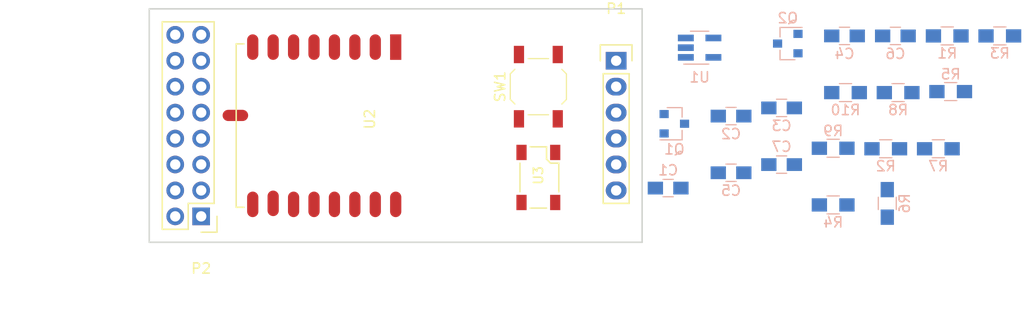
<source format=kicad_pcb>
(kicad_pcb (version 4) (host pcbnew 4.0.5)

  (general
    (links 48)
    (no_connects 48)
    (area 69.215 80.01 155.575 107.95)
    (thickness 1.6)
    (drawings 6)
    (tracks 0)
    (zones 0)
    (modules 25)
    (nets 45)
  )

  (page A4)
  (title_block
    (title "Main module")
    (date 2017-04-15)
    (rev v1.0)
    (company DoHome)
  )

  (layers
    (0 F.Cu signal)
    (31 B.Cu signal)
    (32 B.Adhes user)
    (33 F.Adhes user)
    (34 B.Paste user)
    (35 F.Paste user)
    (36 B.SilkS user)
    (37 F.SilkS user)
    (38 B.Mask user)
    (39 F.Mask user)
    (40 Dwgs.User user)
    (41 Cmts.User user)
    (42 Eco1.User user)
    (43 Eco2.User user)
    (44 Edge.Cuts user)
    (45 Margin user)
    (46 B.CrtYd user)
    (47 F.CrtYd user)
    (48 B.Fab user)
    (49 F.Fab user)
  )

  (setup
    (last_trace_width 0.25)
    (trace_clearance 0.2)
    (zone_clearance 0.508)
    (zone_45_only no)
    (trace_min 0.2)
    (segment_width 0.2)
    (edge_width 0.15)
    (via_size 0.6)
    (via_drill 0.4)
    (via_min_size 0.4)
    (via_min_drill 0.3)
    (uvia_size 0.3)
    (uvia_drill 0.1)
    (uvias_allowed no)
    (uvia_min_size 0.2)
    (uvia_min_drill 0.1)
    (pcb_text_width 0.3)
    (pcb_text_size 1.5 1.5)
    (mod_edge_width 0.15)
    (mod_text_size 1 1)
    (mod_text_width 0.15)
    (pad_size 1.524 1.524)
    (pad_drill 0.762)
    (pad_to_mask_clearance 0.2)
    (aux_axis_origin 0 0)
    (visible_elements FFFFF77F)
    (pcbplotparams
      (layerselection 0x00030_80000001)
      (usegerberextensions false)
      (excludeedgelayer true)
      (linewidth 0.100000)
      (plotframeref false)
      (viasonmask false)
      (mode 1)
      (useauxorigin false)
      (hpglpennumber 1)
      (hpglpenspeed 20)
      (hpglpendiameter 15)
      (hpglpenoverlay 2)
      (psnegative false)
      (psa4output false)
      (plotreference true)
      (plotvalue true)
      (plotinvisibletext false)
      (padsonsilk false)
      (subtractmaskfromsilk false)
      (outputformat 1)
      (mirror false)
      (drillshape 1)
      (scaleselection 1)
      (outputdirectory ""))
  )

  (net 0 "")
  (net 1 /RESET)
  (net 2 "Net-(Q1-Pad3)")
  (net 3 "Net-(C5-Pad2)")
  (net 4 /GPIO0)
  (net 5 "Net-(U1-Pad4)")
  (net 6 +3V3)
  (net 7 /ADC)
  (net 8 /CH_PD)
  (net 9 /GPIO16)
  (net 10 /GPIO14)
  (net 11 /GPIO12)
  (net 12 /GPIO13)
  (net 13 /GPIO15)
  (net 14 /GPIO2)
  (net 15 /GPIO4)
  (net 16 /GPIO5)
  (net 17 /RXD)
  (net 18 /TXD)
  (net 19 /GPIO9)
  (net 20 "Net-(P1-Pad2)")
  (net 21 "Net-(P1-Pad6)")
  (net 22 /A0)
  (net 23 "Net-(U3-Pad2)")
  (net 24 "Net-(C1-Pad1)")
  (net 25 "Net-(C1-Pad2)")
  (net 26 "Net-(C2-Pad2)")
  (net 27 "Net-(C3-Pad1)")
  (net 28 "Net-(C4-Pad2)")
  (net 29 "Net-(C5-Pad1)")
  (net 30 "Net-(C6-Pad2)")
  (net 31 "Net-(C7-Pad1)")
  (net 32 "Net-(C7-Pad2)")
  (net 33 "Net-(P1-Pad1)")
  (net 34 "Net-(P2-Pad1)")
  (net 35 "Net-(P2-Pad3)")
  (net 36 "Net-(Q1-Pad2)")
  (net 37 "Net-(Q2-Pad2)")
  (net 38 "Net-(R1-Pad1)")
  (net 39 "Net-(R1-Pad2)")
  (net 40 "Net-(R9-Pad2)")
  (net 41 "Net-(R10-Pad2)")
  (net 42 "Net-(U1-Pad2)")
  (net 43 "Net-(U2-Pad9)")
  (net 44 "Net-(U3-Pad3)")

  (net_class Default "Toto je výchozí třída sítě."
    (clearance 0.2)
    (trace_width 0.25)
    (via_dia 0.6)
    (via_drill 0.4)
    (uvia_dia 0.3)
    (uvia_drill 0.1)
    (add_net +3V3)
    (add_net /A0)
    (add_net /ADC)
    (add_net /CH_PD)
    (add_net /GPIO0)
    (add_net /GPIO12)
    (add_net /GPIO13)
    (add_net /GPIO14)
    (add_net /GPIO15)
    (add_net /GPIO16)
    (add_net /GPIO2)
    (add_net /GPIO4)
    (add_net /GPIO5)
    (add_net /GPIO9)
    (add_net /RESET)
    (add_net /RXD)
    (add_net /TXD)
    (add_net "Net-(C1-Pad1)")
    (add_net "Net-(C1-Pad2)")
    (add_net "Net-(C2-Pad2)")
    (add_net "Net-(C3-Pad1)")
    (add_net "Net-(C4-Pad2)")
    (add_net "Net-(C5-Pad1)")
    (add_net "Net-(C5-Pad2)")
    (add_net "Net-(C6-Pad2)")
    (add_net "Net-(C7-Pad1)")
    (add_net "Net-(C7-Pad2)")
    (add_net "Net-(P1-Pad1)")
    (add_net "Net-(P1-Pad2)")
    (add_net "Net-(P1-Pad6)")
    (add_net "Net-(P2-Pad1)")
    (add_net "Net-(P2-Pad3)")
    (add_net "Net-(Q1-Pad2)")
    (add_net "Net-(Q1-Pad3)")
    (add_net "Net-(Q2-Pad2)")
    (add_net "Net-(R1-Pad1)")
    (add_net "Net-(R1-Pad2)")
    (add_net "Net-(R10-Pad2)")
    (add_net "Net-(R9-Pad2)")
    (add_net "Net-(U1-Pad2)")
    (add_net "Net-(U1-Pad4)")
    (add_net "Net-(U2-Pad9)")
    (add_net "Net-(U3-Pad2)")
    (add_net "Net-(U3-Pad3)")
  )

  (module ESP-12E_SMD locked (layer F.Cu) (tedit 58F2830A) (tstamp 590B4D9C)
    (at 93.98 85.725 270)
    (descr "Module, ESP-8266, ESP-12, 16 pad, SMD")
    (tags "Module ESP-8266 ESP8266")
    (path /58E03B98)
    (fp_text reference U2 (at 6.35 2.54 270) (layer F.SilkS)
      (effects (font (size 1 1) (thickness 0.15)))
    )
    (fp_text value ESP-12E (at 6.35 6.35 270) (layer F.Fab) hide
      (effects (font (size 1 1) (thickness 0.15)))
    )
    (fp_line (start -2.25 -0.5) (end -2.25 -8.75) (layer F.CrtYd) (width 0.05))
    (fp_line (start -2.25 -8.75) (end 15.25 -8.75) (layer F.CrtYd) (width 0.05))
    (fp_line (start 15.25 -8.75) (end 16.25 -8.75) (layer F.CrtYd) (width 0.05))
    (fp_line (start 16.25 -8.75) (end 16.25 16) (layer F.CrtYd) (width 0.05))
    (fp_line (start 16.25 16) (end -2.25 16) (layer F.CrtYd) (width 0.05))
    (fp_line (start -2.25 16) (end -2.25 -0.5) (layer F.CrtYd) (width 0.05))
    (fp_line (start -1.016 -8.382) (end 14.986 -8.382) (layer F.CrtYd) (width 0.1524))
    (fp_line (start 14.986 -8.382) (end 14.986 -0.889) (layer F.CrtYd) (width 0.1524))
    (fp_line (start -1.016 -8.382) (end -1.016 -1.016) (layer F.CrtYd) (width 0.1524))
    (fp_line (start -1.016 14.859) (end -1.016 15.621) (layer F.SilkS) (width 0.1524))
    (fp_line (start -1.016 15.621) (end 14.986 15.621) (layer F.SilkS) (width 0.1524))
    (fp_line (start 14.986 15.621) (end 14.986 14.859) (layer F.SilkS) (width 0.1524))
    (fp_line (start 14.992 -8.4) (end -1.008 -2.6) (layer F.CrtYd) (width 0.1524))
    (fp_line (start -1.008 -8.4) (end 14.992 -2.6) (layer F.CrtYd) (width 0.1524))
    (fp_text user "No Copper" (at 6.892 -5.4 270) (layer F.CrtYd)
      (effects (font (size 1 1) (thickness 0.15)))
    )
    (fp_line (start -1.008 -2.6) (end 14.992 -2.6) (layer F.CrtYd) (width 0.1524))
    (fp_line (start 15 -8.4) (end 15 15.6) (layer F.Fab) (width 0.05))
    (fp_line (start 14.992 15.6) (end -1.008 15.6) (layer F.Fab) (width 0.05))
    (fp_line (start -1.008 15.6) (end -1.008 -8.4) (layer F.Fab) (width 0.05))
    (fp_line (start -1.008 -8.4) (end 14.992 -8.4) (layer F.Fab) (width 0.05))
    (pad 1 smd rect (at 0 0 270) (size 2.5 1.1) (drill (offset -0.7 0)) (layers F.Cu F.Paste F.Mask)
      (net 1 /RESET))
    (pad 2 smd oval (at 0 2 270) (size 2.5 1.1) (drill (offset -0.7 0)) (layers F.Cu F.Paste F.Mask)
      (net 7 /ADC))
    (pad 3 smd oval (at 0 4 270) (size 2.5 1.1) (drill (offset -0.7 0)) (layers F.Cu F.Paste F.Mask)
      (net 8 /CH_PD))
    (pad 4 smd oval (at 0 6 270) (size 2.5 1.1) (drill (offset -0.7 0)) (layers F.Cu F.Paste F.Mask)
      (net 9 /GPIO16))
    (pad 5 smd oval (at 0 8 270) (size 2.5 1.1) (drill (offset -0.7 0)) (layers F.Cu F.Paste F.Mask)
      (net 10 /GPIO14))
    (pad 6 smd oval (at 0 10 270) (size 2.5 1.1) (drill (offset -0.7 0)) (layers F.Cu F.Paste F.Mask)
      (net 11 /GPIO12))
    (pad 7 smd oval (at 0 12 270) (size 2.5 1.1) (drill (offset -0.7 0)) (layers F.Cu F.Paste F.Mask)
      (net 12 /GPIO13))
    (pad 8 smd oval (at 0 14 270) (size 2.5 1.1) (drill (offset -0.7 0)) (layers F.Cu F.Paste F.Mask)
      (net 6 +3V3))
    (pad 9 smd oval (at 14 14 270) (size 2.5 1.1) (drill (offset 0.7 0)) (layers F.Cu F.Paste F.Mask)
      (net 43 "Net-(U2-Pad9)"))
    (pad 10 smd oval (at 14 12 270) (size 2.5 1.1) (drill (offset 0.6 0)) (layers F.Cu F.Paste F.Mask)
      (net 13 /GPIO15))
    (pad 11 smd oval (at 14 10 270) (size 2.5 1.1) (drill (offset 0.7 0)) (layers F.Cu F.Paste F.Mask)
      (net 14 /GPIO2))
    (pad 12 smd oval (at 14 8 270) (size 2.5 1.1) (drill (offset 0.7 0)) (layers F.Cu F.Paste F.Mask)
      (net 4 /GPIO0))
    (pad 13 smd oval (at 14 6 270) (size 2.5 1.1) (drill (offset 0.7 0)) (layers F.Cu F.Paste F.Mask)
      (net 15 /GPIO4))
    (pad 14 smd oval (at 14 4 270) (size 2.5 1.1) (drill (offset 0.7 0)) (layers F.Cu F.Paste F.Mask)
      (net 16 /GPIO5))
    (pad 15 smd oval (at 14 2 270) (size 2.5 1.1) (drill (offset 0.7 0)) (layers F.Cu F.Paste F.Mask)
      (net 17 /RXD))
    (pad 16 smd oval (at 14 0 270) (size 2.5 1.1) (drill (offset 0.7 0)) (layers F.Cu F.Paste F.Mask)
      (net 18 /TXD))
    (pad 19 smd oval (at 5.99 15) (size 2.5 1.1) (drill (offset -0.7 0)) (layers F.Cu F.Paste F.Mask)
      (net 19 /GPIO9))
    (model ${ESPLIB}/ESP8266.3dshapes/ESP-12.wrl
      (at (xyz 0 0 0))
      (scale (xyz 0.3937 0.3937 0.3937))
      (rotate (xyz 0 0 0))
    )
  )

  (module TO_SOT_Packages_SMD:SOT-23 (layer B.Cu) (tedit 58CE4E7E) (tstamp 590B4D44)
    (at 121.265953 92.529999)
    (descr "SOT-23, Standard")
    (tags SOT-23)
    (path /58EFE929)
    (attr smd)
    (fp_text reference Q1 (at 0 2.5) (layer B.SilkS)
      (effects (font (size 1 1) (thickness 0.15)) (justify mirror))
    )
    (fp_text value BSS138 (at 0 -2.5) (layer B.Fab)
      (effects (font (size 1 1) (thickness 0.15)) (justify mirror))
    )
    (fp_text user %R (at 0 0) (layer B.Fab)
      (effects (font (size 0.5 0.5) (thickness 0.075)) (justify mirror))
    )
    (fp_line (start -0.7 0.95) (end -0.7 -1.5) (layer B.Fab) (width 0.1))
    (fp_line (start -0.15 1.52) (end 0.7 1.52) (layer B.Fab) (width 0.1))
    (fp_line (start -0.7 0.95) (end -0.15 1.52) (layer B.Fab) (width 0.1))
    (fp_line (start 0.7 1.52) (end 0.7 -1.52) (layer B.Fab) (width 0.1))
    (fp_line (start -0.7 -1.52) (end 0.7 -1.52) (layer B.Fab) (width 0.1))
    (fp_line (start 0.76 -1.58) (end 0.76 -0.65) (layer B.SilkS) (width 0.12))
    (fp_line (start 0.76 1.58) (end 0.76 0.65) (layer B.SilkS) (width 0.12))
    (fp_line (start -1.7 1.75) (end 1.7 1.75) (layer B.CrtYd) (width 0.05))
    (fp_line (start 1.7 1.75) (end 1.7 -1.75) (layer B.CrtYd) (width 0.05))
    (fp_line (start 1.7 -1.75) (end -1.7 -1.75) (layer B.CrtYd) (width 0.05))
    (fp_line (start -1.7 -1.75) (end -1.7 1.75) (layer B.CrtYd) (width 0.05))
    (fp_line (start 0.76 1.58) (end -1.4 1.58) (layer B.SilkS) (width 0.12))
    (fp_line (start 0.76 -1.58) (end -0.7 -1.58) (layer B.SilkS) (width 0.12))
    (pad 1 smd rect (at -1 0.95) (size 0.9 0.8) (layers B.Cu B.Paste B.Mask)
      (net 1 /RESET))
    (pad 2 smd rect (at -1 -0.95) (size 0.9 0.8) (layers B.Cu B.Paste B.Mask)
      (net 36 "Net-(Q1-Pad2)"))
    (pad 3 smd rect (at 1 0) (size 0.9 0.8) (layers B.Cu B.Paste B.Mask)
      (net 2 "Net-(Q1-Pad3)"))
    (model ${KISYS3DMOD}/TO_SOT_Packages_SMD.3dshapes/SOT-23.wrl
      (at (xyz 0 0 0))
      (scale (xyz 1 1 1))
      (rotate (xyz 0 0 0))
    )
  )

  (module TO_SOT_Packages_SMD:SOT-23 (layer B.Cu) (tedit 58CE4E7E) (tstamp 590B4D59)
    (at 132.375953 84.679999 180)
    (descr "SOT-23, Standard")
    (tags SOT-23)
    (path /58EFE9A0)
    (attr smd)
    (fp_text reference Q2 (at 0 2.5 180) (layer B.SilkS)
      (effects (font (size 1 1) (thickness 0.15)) (justify mirror))
    )
    (fp_text value BSS138 (at 0 -2.5 180) (layer B.Fab)
      (effects (font (size 1 1) (thickness 0.15)) (justify mirror))
    )
    (fp_text user %R (at 0 0 180) (layer B.Fab)
      (effects (font (size 0.5 0.5) (thickness 0.075)) (justify mirror))
    )
    (fp_line (start -0.7 0.95) (end -0.7 -1.5) (layer B.Fab) (width 0.1))
    (fp_line (start -0.15 1.52) (end 0.7 1.52) (layer B.Fab) (width 0.1))
    (fp_line (start -0.7 0.95) (end -0.15 1.52) (layer B.Fab) (width 0.1))
    (fp_line (start 0.7 1.52) (end 0.7 -1.52) (layer B.Fab) (width 0.1))
    (fp_line (start -0.7 -1.52) (end 0.7 -1.52) (layer B.Fab) (width 0.1))
    (fp_line (start 0.76 -1.58) (end 0.76 -0.65) (layer B.SilkS) (width 0.12))
    (fp_line (start 0.76 1.58) (end 0.76 0.65) (layer B.SilkS) (width 0.12))
    (fp_line (start -1.7 1.75) (end 1.7 1.75) (layer B.CrtYd) (width 0.05))
    (fp_line (start 1.7 1.75) (end 1.7 -1.75) (layer B.CrtYd) (width 0.05))
    (fp_line (start 1.7 -1.75) (end -1.7 -1.75) (layer B.CrtYd) (width 0.05))
    (fp_line (start -1.7 -1.75) (end -1.7 1.75) (layer B.CrtYd) (width 0.05))
    (fp_line (start 0.76 1.58) (end -1.4 1.58) (layer B.SilkS) (width 0.12))
    (fp_line (start 0.76 -1.58) (end -0.7 -1.58) (layer B.SilkS) (width 0.12))
    (pad 1 smd rect (at -1 0.95 180) (size 0.9 0.8) (layers B.Cu B.Paste B.Mask)
      (net 3 "Net-(C5-Pad2)"))
    (pad 2 smd rect (at -1 -0.95 180) (size 0.9 0.8) (layers B.Cu B.Paste B.Mask)
      (net 37 "Net-(Q2-Pad2)"))
    (pad 3 smd rect (at 1 0 180) (size 0.9 0.8) (layers B.Cu B.Paste B.Mask)
      (net 4 /GPIO0))
    (model ${KISYS3DMOD}/TO_SOT_Packages_SMD.3dshapes/SOT-23.wrl
      (at (xyz 0 0 0))
      (scale (xyz 1 1 1))
      (rotate (xyz 0 0 0))
    )
  )

  (module TO_SOT_Packages_SMD:SOT-23-5_HandSoldering (layer B.Cu) (tedit 58CE4E7E) (tstamp 590B4D6E)
    (at 123.742144 85.079999)
    (descr "5-pin SOT23 package")
    (tags "SOT-23-5 hand-soldering")
    (path /58EF8E53)
    (attr smd)
    (fp_text reference U1 (at 0 2.9) (layer B.SilkS)
      (effects (font (size 1 1) (thickness 0.15)) (justify mirror))
    )
    (fp_text value RT9013-33GB (at 0 -2.9) (layer B.Fab)
      (effects (font (size 1 1) (thickness 0.15)) (justify mirror))
    )
    (fp_text user %R (at 0 0) (layer B.Fab)
      (effects (font (size 0.5 0.5) (thickness 0.075)) (justify mirror))
    )
    (fp_line (start -0.9 -1.61) (end 0.9 -1.61) (layer B.SilkS) (width 0.12))
    (fp_line (start 0.9 1.61) (end -1.55 1.61) (layer B.SilkS) (width 0.12))
    (fp_line (start -0.9 0.9) (end -0.25 1.55) (layer B.Fab) (width 0.1))
    (fp_line (start 0.9 1.55) (end -0.25 1.55) (layer B.Fab) (width 0.1))
    (fp_line (start -0.9 0.9) (end -0.9 -1.55) (layer B.Fab) (width 0.1))
    (fp_line (start 0.9 -1.55) (end -0.9 -1.55) (layer B.Fab) (width 0.1))
    (fp_line (start 0.9 1.55) (end 0.9 -1.55) (layer B.Fab) (width 0.1))
    (fp_line (start -2.38 1.8) (end 2.38 1.8) (layer B.CrtYd) (width 0.05))
    (fp_line (start -2.38 1.8) (end -2.38 -1.8) (layer B.CrtYd) (width 0.05))
    (fp_line (start 2.38 -1.8) (end 2.38 1.8) (layer B.CrtYd) (width 0.05))
    (fp_line (start 2.38 -1.8) (end -2.38 -1.8) (layer B.CrtYd) (width 0.05))
    (pad 1 smd rect (at -1.35 0.95) (size 1.56 0.65) (layers B.Cu B.Paste B.Mask)
      (net 24 "Net-(C1-Pad1)"))
    (pad 2 smd rect (at -1.35 0) (size 1.56 0.65) (layers B.Cu B.Paste B.Mask)
      (net 42 "Net-(U1-Pad2)"))
    (pad 3 smd rect (at -1.35 -0.95) (size 1.56 0.65) (layers B.Cu B.Paste B.Mask)
      (net 38 "Net-(R1-Pad1)"))
    (pad 4 smd rect (at 1.35 -0.95) (size 1.56 0.65) (layers B.Cu B.Paste B.Mask)
      (net 5 "Net-(U1-Pad4)"))
    (pad 5 smd rect (at 1.35 0.95) (size 1.56 0.65) (layers B.Cu B.Paste B.Mask)
      (net 6 +3V3))
    (model ${KISYS3DMOD}/TO_SOT_Packages_SMD.3dshapes\SOT-23-5.wrl
      (at (xyz 0 0 0))
      (scale (xyz 1 1 1))
      (rotate (xyz 0 0 0))
    )
  )

  (module Capacitors_SMD:C_0805_HandSoldering (layer B.Cu) (tedit 58AA84A8) (tstamp 5913EFD9)
    (at 120.660002 98.829999 180)
    (descr "Capacitor SMD 0805, hand soldering")
    (tags "capacitor 0805")
    (path /58EF9833)
    (attr smd)
    (fp_text reference C1 (at 0 1.75 180) (layer B.SilkS)
      (effects (font (size 1 1) (thickness 0.15)) (justify mirror))
    )
    (fp_text value 1uF (at 0 -1.75 180) (layer B.Fab)
      (effects (font (size 1 1) (thickness 0.15)) (justify mirror))
    )
    (fp_text user %R (at 0 1.75 180) (layer B.Fab)
      (effects (font (size 1 1) (thickness 0.15)) (justify mirror))
    )
    (fp_line (start -1 -0.62) (end -1 0.62) (layer B.Fab) (width 0.1))
    (fp_line (start 1 -0.62) (end -1 -0.62) (layer B.Fab) (width 0.1))
    (fp_line (start 1 0.62) (end 1 -0.62) (layer B.Fab) (width 0.1))
    (fp_line (start -1 0.62) (end 1 0.62) (layer B.Fab) (width 0.1))
    (fp_line (start 0.5 0.85) (end -0.5 0.85) (layer B.SilkS) (width 0.12))
    (fp_line (start -0.5 -0.85) (end 0.5 -0.85) (layer B.SilkS) (width 0.12))
    (fp_line (start -2.25 0.88) (end 2.25 0.88) (layer B.CrtYd) (width 0.05))
    (fp_line (start -2.25 0.88) (end -2.25 -0.87) (layer B.CrtYd) (width 0.05))
    (fp_line (start 2.25 -0.87) (end 2.25 0.88) (layer B.CrtYd) (width 0.05))
    (fp_line (start 2.25 -0.87) (end -2.25 -0.87) (layer B.CrtYd) (width 0.05))
    (pad 1 smd rect (at -1.25 0 180) (size 1.5 1.25) (layers B.Cu B.Paste B.Mask)
      (net 24 "Net-(C1-Pad1)"))
    (pad 2 smd rect (at 1.25 0 180) (size 1.5 1.25) (layers B.Cu B.Paste B.Mask)
      (net 25 "Net-(C1-Pad2)"))
    (model Capacitors_SMD.3dshapes/C_0805.wrl
      (at (xyz 0 0 0))
      (scale (xyz 1 1 1))
      (rotate (xyz 0 0 0))
    )
  )

  (module Capacitors_SMD:C_0805_HandSoldering (layer B.Cu) (tedit 58AA84A8) (tstamp 5913EFEA)
    (at 126.820002 91.779999)
    (descr "Capacitor SMD 0805, hand soldering")
    (tags "capacitor 0805")
    (path /58EFA5DD)
    (attr smd)
    (fp_text reference C2 (at 0 1.75) (layer B.SilkS)
      (effects (font (size 1 1) (thickness 0.15)) (justify mirror))
    )
    (fp_text value 1uF (at 0 -1.75) (layer B.Fab)
      (effects (font (size 1 1) (thickness 0.15)) (justify mirror))
    )
    (fp_text user %R (at 0 1.75) (layer B.Fab)
      (effects (font (size 1 1) (thickness 0.15)) (justify mirror))
    )
    (fp_line (start -1 -0.62) (end -1 0.62) (layer B.Fab) (width 0.1))
    (fp_line (start 1 -0.62) (end -1 -0.62) (layer B.Fab) (width 0.1))
    (fp_line (start 1 0.62) (end 1 -0.62) (layer B.Fab) (width 0.1))
    (fp_line (start -1 0.62) (end 1 0.62) (layer B.Fab) (width 0.1))
    (fp_line (start 0.5 0.85) (end -0.5 0.85) (layer B.SilkS) (width 0.12))
    (fp_line (start -0.5 -0.85) (end 0.5 -0.85) (layer B.SilkS) (width 0.12))
    (fp_line (start -2.25 0.88) (end 2.25 0.88) (layer B.CrtYd) (width 0.05))
    (fp_line (start -2.25 0.88) (end -2.25 -0.87) (layer B.CrtYd) (width 0.05))
    (fp_line (start 2.25 -0.87) (end 2.25 0.88) (layer B.CrtYd) (width 0.05))
    (fp_line (start 2.25 -0.87) (end -2.25 -0.87) (layer B.CrtYd) (width 0.05))
    (pad 1 smd rect (at -1.25 0) (size 1.5 1.25) (layers B.Cu B.Paste B.Mask)
      (net 6 +3V3))
    (pad 2 smd rect (at 1.25 0) (size 1.5 1.25) (layers B.Cu B.Paste B.Mask)
      (net 26 "Net-(C2-Pad2)"))
    (model Capacitors_SMD.3dshapes/C_0805.wrl
      (at (xyz 0 0 0))
      (scale (xyz 1 1 1))
      (rotate (xyz 0 0 0))
    )
  )

  (module Capacitors_SMD:C_0805_HandSoldering (layer B.Cu) (tedit 58AA84A8) (tstamp 5913EFFB)
    (at 131.770002 90.979999)
    (descr "Capacitor SMD 0805, hand soldering")
    (tags "capacitor 0805")
    (path /58EFE894)
    (attr smd)
    (fp_text reference C3 (at 0 1.75) (layer B.SilkS)
      (effects (font (size 1 1) (thickness 0.15)) (justify mirror))
    )
    (fp_text value 0.1uF (at 0 -1.75) (layer B.Fab)
      (effects (font (size 1 1) (thickness 0.15)) (justify mirror))
    )
    (fp_text user %R (at 0 1.75) (layer B.Fab)
      (effects (font (size 1 1) (thickness 0.15)) (justify mirror))
    )
    (fp_line (start -1 -0.62) (end -1 0.62) (layer B.Fab) (width 0.1))
    (fp_line (start 1 -0.62) (end -1 -0.62) (layer B.Fab) (width 0.1))
    (fp_line (start 1 0.62) (end 1 -0.62) (layer B.Fab) (width 0.1))
    (fp_line (start -1 0.62) (end 1 0.62) (layer B.Fab) (width 0.1))
    (fp_line (start 0.5 0.85) (end -0.5 0.85) (layer B.SilkS) (width 0.12))
    (fp_line (start -0.5 -0.85) (end 0.5 -0.85) (layer B.SilkS) (width 0.12))
    (fp_line (start -2.25 0.88) (end 2.25 0.88) (layer B.CrtYd) (width 0.05))
    (fp_line (start -2.25 0.88) (end -2.25 -0.87) (layer B.CrtYd) (width 0.05))
    (fp_line (start 2.25 -0.87) (end 2.25 0.88) (layer B.CrtYd) (width 0.05))
    (fp_line (start 2.25 -0.87) (end -2.25 -0.87) (layer B.CrtYd) (width 0.05))
    (pad 1 smd rect (at -1.25 0) (size 1.5 1.25) (layers B.Cu B.Paste B.Mask)
      (net 27 "Net-(C3-Pad1)"))
    (pad 2 smd rect (at 1.25 0) (size 1.5 1.25) (layers B.Cu B.Paste B.Mask)
      (net 1 /RESET))
    (model Capacitors_SMD.3dshapes/C_0805.wrl
      (at (xyz 0 0 0))
      (scale (xyz 1 1 1))
      (rotate (xyz 0 0 0))
    )
  )

  (module Capacitors_SMD:C_0805_HandSoldering (layer B.Cu) (tedit 58AA84A8) (tstamp 5913F00C)
    (at 137.930002 83.929999)
    (descr "Capacitor SMD 0805, hand soldering")
    (tags "capacitor 0805")
    (path /58F12D23)
    (attr smd)
    (fp_text reference C4 (at 0 1.75) (layer B.SilkS)
      (effects (font (size 1 1) (thickness 0.15)) (justify mirror))
    )
    (fp_text value 10uF (at 0 -1.75) (layer B.Fab)
      (effects (font (size 1 1) (thickness 0.15)) (justify mirror))
    )
    (fp_text user %R (at 0 1.75) (layer B.Fab)
      (effects (font (size 1 1) (thickness 0.15)) (justify mirror))
    )
    (fp_line (start -1 -0.62) (end -1 0.62) (layer B.Fab) (width 0.1))
    (fp_line (start 1 -0.62) (end -1 -0.62) (layer B.Fab) (width 0.1))
    (fp_line (start 1 0.62) (end 1 -0.62) (layer B.Fab) (width 0.1))
    (fp_line (start -1 0.62) (end 1 0.62) (layer B.Fab) (width 0.1))
    (fp_line (start 0.5 0.85) (end -0.5 0.85) (layer B.SilkS) (width 0.12))
    (fp_line (start -0.5 -0.85) (end 0.5 -0.85) (layer B.SilkS) (width 0.12))
    (fp_line (start -2.25 0.88) (end 2.25 0.88) (layer B.CrtYd) (width 0.05))
    (fp_line (start -2.25 0.88) (end -2.25 -0.87) (layer B.CrtYd) (width 0.05))
    (fp_line (start 2.25 -0.87) (end 2.25 0.88) (layer B.CrtYd) (width 0.05))
    (fp_line (start 2.25 -0.87) (end -2.25 -0.87) (layer B.CrtYd) (width 0.05))
    (pad 1 smd rect (at -1.25 0) (size 1.5 1.25) (layers B.Cu B.Paste B.Mask)
      (net 6 +3V3))
    (pad 2 smd rect (at 1.25 0) (size 1.5 1.25) (layers B.Cu B.Paste B.Mask)
      (net 28 "Net-(C4-Pad2)"))
    (model Capacitors_SMD.3dshapes/C_0805.wrl
      (at (xyz 0 0 0))
      (scale (xyz 1 1 1))
      (rotate (xyz 0 0 0))
    )
  )

  (module Capacitors_SMD:C_0805_HandSoldering (layer B.Cu) (tedit 58AA84A8) (tstamp 5913F01D)
    (at 126.820002 97.329999)
    (descr "Capacitor SMD 0805, hand soldering")
    (tags "capacitor 0805")
    (path /58EFEBF9)
    (attr smd)
    (fp_text reference C5 (at 0 1.75) (layer B.SilkS)
      (effects (font (size 1 1) (thickness 0.15)) (justify mirror))
    )
    (fp_text value 2u2 (at 0 -1.75) (layer B.Fab)
      (effects (font (size 1 1) (thickness 0.15)) (justify mirror))
    )
    (fp_text user %R (at 0 1.75) (layer B.Fab)
      (effects (font (size 1 1) (thickness 0.15)) (justify mirror))
    )
    (fp_line (start -1 -0.62) (end -1 0.62) (layer B.Fab) (width 0.1))
    (fp_line (start 1 -0.62) (end -1 -0.62) (layer B.Fab) (width 0.1))
    (fp_line (start 1 0.62) (end 1 -0.62) (layer B.Fab) (width 0.1))
    (fp_line (start -1 0.62) (end 1 0.62) (layer B.Fab) (width 0.1))
    (fp_line (start 0.5 0.85) (end -0.5 0.85) (layer B.SilkS) (width 0.12))
    (fp_line (start -0.5 -0.85) (end 0.5 -0.85) (layer B.SilkS) (width 0.12))
    (fp_line (start -2.25 0.88) (end 2.25 0.88) (layer B.CrtYd) (width 0.05))
    (fp_line (start -2.25 0.88) (end -2.25 -0.87) (layer B.CrtYd) (width 0.05))
    (fp_line (start 2.25 -0.87) (end 2.25 0.88) (layer B.CrtYd) (width 0.05))
    (fp_line (start 2.25 -0.87) (end -2.25 -0.87) (layer B.CrtYd) (width 0.05))
    (pad 1 smd rect (at -1.25 0) (size 1.5 1.25) (layers B.Cu B.Paste B.Mask)
      (net 29 "Net-(C5-Pad1)"))
    (pad 2 smd rect (at 1.25 0) (size 1.5 1.25) (layers B.Cu B.Paste B.Mask)
      (net 3 "Net-(C5-Pad2)"))
    (model Capacitors_SMD.3dshapes/C_0805.wrl
      (at (xyz 0 0 0))
      (scale (xyz 1 1 1))
      (rotate (xyz 0 0 0))
    )
  )

  (module Capacitors_SMD:C_0805_HandSoldering (layer B.Cu) (tedit 58AA84A8) (tstamp 5913F02E)
    (at 142.914525 83.929999)
    (descr "Capacitor SMD 0805, hand soldering")
    (tags "capacitor 0805")
    (path /58F12D70)
    (attr smd)
    (fp_text reference C6 (at 0 1.75) (layer B.SilkS)
      (effects (font (size 1 1) (thickness 0.15)) (justify mirror))
    )
    (fp_text value 100nF (at 0 -1.75) (layer B.Fab)
      (effects (font (size 1 1) (thickness 0.15)) (justify mirror))
    )
    (fp_text user %R (at 0 1.75) (layer B.Fab)
      (effects (font (size 1 1) (thickness 0.15)) (justify mirror))
    )
    (fp_line (start -1 -0.62) (end -1 0.62) (layer B.Fab) (width 0.1))
    (fp_line (start 1 -0.62) (end -1 -0.62) (layer B.Fab) (width 0.1))
    (fp_line (start 1 0.62) (end 1 -0.62) (layer B.Fab) (width 0.1))
    (fp_line (start -1 0.62) (end 1 0.62) (layer B.Fab) (width 0.1))
    (fp_line (start 0.5 0.85) (end -0.5 0.85) (layer B.SilkS) (width 0.12))
    (fp_line (start -0.5 -0.85) (end 0.5 -0.85) (layer B.SilkS) (width 0.12))
    (fp_line (start -2.25 0.88) (end 2.25 0.88) (layer B.CrtYd) (width 0.05))
    (fp_line (start -2.25 0.88) (end -2.25 -0.87) (layer B.CrtYd) (width 0.05))
    (fp_line (start 2.25 -0.87) (end 2.25 0.88) (layer B.CrtYd) (width 0.05))
    (fp_line (start 2.25 -0.87) (end -2.25 -0.87) (layer B.CrtYd) (width 0.05))
    (pad 1 smd rect (at -1.25 0) (size 1.5 1.25) (layers B.Cu B.Paste B.Mask)
      (net 6 +3V3))
    (pad 2 smd rect (at 1.25 0) (size 1.5 1.25) (layers B.Cu B.Paste B.Mask)
      (net 30 "Net-(C6-Pad2)"))
    (model Capacitors_SMD.3dshapes/C_0805.wrl
      (at (xyz 0 0 0))
      (scale (xyz 1 1 1))
      (rotate (xyz 0 0 0))
    )
  )

  (module Capacitors_SMD:C_0805_HandSoldering (layer B.Cu) (tedit 58AA84A8) (tstamp 5913F03F)
    (at 131.770002 96.529999 180)
    (descr "Capacitor SMD 0805, hand soldering")
    (tags "capacitor 0805")
    (path /58F17057)
    (attr smd)
    (fp_text reference C7 (at 0 1.75 180) (layer B.SilkS)
      (effects (font (size 1 1) (thickness 0.15)) (justify mirror))
    )
    (fp_text value 0.1uF (at 0 -1.75 180) (layer B.Fab)
      (effects (font (size 1 1) (thickness 0.15)) (justify mirror))
    )
    (fp_text user %R (at 0 1.75 180) (layer B.Fab)
      (effects (font (size 1 1) (thickness 0.15)) (justify mirror))
    )
    (fp_line (start -1 -0.62) (end -1 0.62) (layer B.Fab) (width 0.1))
    (fp_line (start 1 -0.62) (end -1 -0.62) (layer B.Fab) (width 0.1))
    (fp_line (start 1 0.62) (end 1 -0.62) (layer B.Fab) (width 0.1))
    (fp_line (start -1 0.62) (end 1 0.62) (layer B.Fab) (width 0.1))
    (fp_line (start 0.5 0.85) (end -0.5 0.85) (layer B.SilkS) (width 0.12))
    (fp_line (start -0.5 -0.85) (end 0.5 -0.85) (layer B.SilkS) (width 0.12))
    (fp_line (start -2.25 0.88) (end 2.25 0.88) (layer B.CrtYd) (width 0.05))
    (fp_line (start -2.25 0.88) (end -2.25 -0.87) (layer B.CrtYd) (width 0.05))
    (fp_line (start 2.25 -0.87) (end 2.25 0.88) (layer B.CrtYd) (width 0.05))
    (fp_line (start 2.25 -0.87) (end -2.25 -0.87) (layer B.CrtYd) (width 0.05))
    (pad 1 smd rect (at -1.25 0 180) (size 1.5 1.25) (layers B.Cu B.Paste B.Mask)
      (net 31 "Net-(C7-Pad1)"))
    (pad 2 smd rect (at 1.25 0 180) (size 1.5 1.25) (layers B.Cu B.Paste B.Mask)
      (net 32 "Net-(C7-Pad2)"))
    (model Capacitors_SMD.3dshapes/C_0805.wrl
      (at (xyz 0 0 0))
      (scale (xyz 1 1 1))
      (rotate (xyz 0 0 0))
    )
  )

  (module Pin_Headers:Pin_Header_Straight_1x06 locked (layer F.Cu) (tedit 0) (tstamp 5913F054)
    (at 115.57 86.36)
    (descr "Through hole pin header")
    (tags "pin header")
    (path /58F1917B)
    (fp_text reference P1 (at 0 -5.1) (layer F.SilkS)
      (effects (font (size 1 1) (thickness 0.15)))
    )
    (fp_text value FTDI (at 0 -3.1) (layer F.Fab)
      (effects (font (size 1 1) (thickness 0.15)))
    )
    (fp_line (start -1.75 -1.75) (end -1.75 14.45) (layer F.CrtYd) (width 0.05))
    (fp_line (start 1.75 -1.75) (end 1.75 14.45) (layer F.CrtYd) (width 0.05))
    (fp_line (start -1.75 -1.75) (end 1.75 -1.75) (layer F.CrtYd) (width 0.05))
    (fp_line (start -1.75 14.45) (end 1.75 14.45) (layer F.CrtYd) (width 0.05))
    (fp_line (start 1.27 1.27) (end 1.27 13.97) (layer F.SilkS) (width 0.15))
    (fp_line (start 1.27 13.97) (end -1.27 13.97) (layer F.SilkS) (width 0.15))
    (fp_line (start -1.27 13.97) (end -1.27 1.27) (layer F.SilkS) (width 0.15))
    (fp_line (start 1.55 -1.55) (end 1.55 0) (layer F.SilkS) (width 0.15))
    (fp_line (start 1.27 1.27) (end -1.27 1.27) (layer F.SilkS) (width 0.15))
    (fp_line (start -1.55 0) (end -1.55 -1.55) (layer F.SilkS) (width 0.15))
    (fp_line (start -1.55 -1.55) (end 1.55 -1.55) (layer F.SilkS) (width 0.15))
    (pad 1 thru_hole rect (at 0 0) (size 2.032 1.7272) (drill 1.016) (layers *.Cu *.Mask)
      (net 33 "Net-(P1-Pad1)"))
    (pad 2 thru_hole oval (at 0 2.54) (size 2.032 1.7272) (drill 1.016) (layers *.Cu *.Mask)
      (net 20 "Net-(P1-Pad2)"))
    (pad 3 thru_hole oval (at 0 5.08) (size 2.032 1.7272) (drill 1.016) (layers *.Cu *.Mask)
      (net 6 +3V3))
    (pad 4 thru_hole oval (at 0 7.62) (size 2.032 1.7272) (drill 1.016) (layers *.Cu *.Mask)
      (net 17 /RXD))
    (pad 5 thru_hole oval (at 0 10.16) (size 2.032 1.7272) (drill 1.016) (layers *.Cu *.Mask)
      (net 18 /TXD))
    (pad 6 thru_hole oval (at 0 12.7) (size 2.032 1.7272) (drill 1.016) (layers *.Cu *.Mask)
      (net 21 "Net-(P1-Pad6)"))
    (model Pin_Headers.3dshapes/Pin_Header_Straight_1x06.wrl
      (at (xyz 0 -0.25 0))
      (scale (xyz 1 1 1))
      (rotate (xyz 0 0 90))
    )
  )

  (module Resistors_SMD:R_0805_HandSoldering (layer B.Cu) (tedit 58E0A804) (tstamp 5913F087)
    (at 147.990002 83.929999)
    (descr "Resistor SMD 0805, hand soldering")
    (tags "resistor 0805")
    (path /58EF9F79)
    (attr smd)
    (fp_text reference R1 (at 0 1.7) (layer B.SilkS)
      (effects (font (size 1 1) (thickness 0.15)) (justify mirror))
    )
    (fp_text value 100k (at 0 -1.75) (layer B.Fab)
      (effects (font (size 1 1) (thickness 0.15)) (justify mirror))
    )
    (fp_text user %R (at 0 0) (layer B.Fab)
      (effects (font (size 0.5 0.5) (thickness 0.075)) (justify mirror))
    )
    (fp_line (start -1 -0.62) (end -1 0.62) (layer B.Fab) (width 0.1))
    (fp_line (start 1 -0.62) (end -1 -0.62) (layer B.Fab) (width 0.1))
    (fp_line (start 1 0.62) (end 1 -0.62) (layer B.Fab) (width 0.1))
    (fp_line (start -1 0.62) (end 1 0.62) (layer B.Fab) (width 0.1))
    (fp_line (start 0.6 -0.88) (end -0.6 -0.88) (layer B.SilkS) (width 0.12))
    (fp_line (start -0.6 0.88) (end 0.6 0.88) (layer B.SilkS) (width 0.12))
    (fp_line (start -2.35 0.9) (end 2.35 0.9) (layer B.CrtYd) (width 0.05))
    (fp_line (start -2.35 0.9) (end -2.35 -0.9) (layer B.CrtYd) (width 0.05))
    (fp_line (start 2.35 -0.9) (end 2.35 0.9) (layer B.CrtYd) (width 0.05))
    (fp_line (start 2.35 -0.9) (end -2.35 -0.9) (layer B.CrtYd) (width 0.05))
    (pad 1 smd rect (at -1.35 0) (size 1.5 1.3) (layers B.Cu B.Paste B.Mask)
      (net 38 "Net-(R1-Pad1)"))
    (pad 2 smd rect (at 1.35 0) (size 1.5 1.3) (layers B.Cu B.Paste B.Mask)
      (net 39 "Net-(R1-Pad2)"))
    (model ${KISYS3DMOD}/Resistors_SMD.3dshapes/R_0805.wrl
      (at (xyz 0 0 0))
      (scale (xyz 1 1 1))
      (rotate (xyz 0 0 0))
    )
  )

  (module Resistors_SMD:R_0805_HandSoldering (layer B.Cu) (tedit 58E0A804) (tstamp 5913F098)
    (at 141.970002 94.979999)
    (descr "Resistor SMD 0805, hand soldering")
    (tags "resistor 0805")
    (path /58F1366C)
    (attr smd)
    (fp_text reference R2 (at 0 1.7) (layer B.SilkS)
      (effects (font (size 1 1) (thickness 0.15)) (justify mirror))
    )
    (fp_text value 10k (at 0 -1.75) (layer B.Fab)
      (effects (font (size 1 1) (thickness 0.15)) (justify mirror))
    )
    (fp_text user %R (at 0 0) (layer B.Fab)
      (effects (font (size 0.5 0.5) (thickness 0.075)) (justify mirror))
    )
    (fp_line (start -1 -0.62) (end -1 0.62) (layer B.Fab) (width 0.1))
    (fp_line (start 1 -0.62) (end -1 -0.62) (layer B.Fab) (width 0.1))
    (fp_line (start 1 0.62) (end 1 -0.62) (layer B.Fab) (width 0.1))
    (fp_line (start -1 0.62) (end 1 0.62) (layer B.Fab) (width 0.1))
    (fp_line (start 0.6 -0.88) (end -0.6 -0.88) (layer B.SilkS) (width 0.12))
    (fp_line (start -0.6 0.88) (end 0.6 0.88) (layer B.SilkS) (width 0.12))
    (fp_line (start -2.35 0.9) (end 2.35 0.9) (layer B.CrtYd) (width 0.05))
    (fp_line (start -2.35 0.9) (end -2.35 -0.9) (layer B.CrtYd) (width 0.05))
    (fp_line (start 2.35 -0.9) (end 2.35 0.9) (layer B.CrtYd) (width 0.05))
    (fp_line (start 2.35 -0.9) (end -2.35 -0.9) (layer B.CrtYd) (width 0.05))
    (pad 1 smd rect (at -1.35 0) (size 1.5 1.3) (layers B.Cu B.Paste B.Mask)
      (net 8 /CH_PD))
    (pad 2 smd rect (at 1.35 0) (size 1.5 1.3) (layers B.Cu B.Paste B.Mask)
      (net 6 +3V3))
    (model ${KISYS3DMOD}/Resistors_SMD.3dshapes/R_0805.wrl
      (at (xyz 0 0 0))
      (scale (xyz 1 1 1))
      (rotate (xyz 0 0 0))
    )
  )

  (module Resistors_SMD:R_0805_HandSoldering (layer B.Cu) (tedit 58E0A804) (tstamp 5913F0A9)
    (at 153.140002 83.929999)
    (descr "Resistor SMD 0805, hand soldering")
    (tags "resistor 0805")
    (path /58F13D2A)
    (attr smd)
    (fp_text reference R3 (at 0 1.7) (layer B.SilkS)
      (effects (font (size 1 1) (thickness 0.15)) (justify mirror))
    )
    (fp_text value 10k (at 0 -1.75) (layer B.Fab)
      (effects (font (size 1 1) (thickness 0.15)) (justify mirror))
    )
    (fp_text user %R (at 0 0) (layer B.Fab)
      (effects (font (size 0.5 0.5) (thickness 0.075)) (justify mirror))
    )
    (fp_line (start -1 -0.62) (end -1 0.62) (layer B.Fab) (width 0.1))
    (fp_line (start 1 -0.62) (end -1 -0.62) (layer B.Fab) (width 0.1))
    (fp_line (start 1 0.62) (end 1 -0.62) (layer B.Fab) (width 0.1))
    (fp_line (start -1 0.62) (end 1 0.62) (layer B.Fab) (width 0.1))
    (fp_line (start 0.6 -0.88) (end -0.6 -0.88) (layer B.SilkS) (width 0.12))
    (fp_line (start -0.6 0.88) (end 0.6 0.88) (layer B.SilkS) (width 0.12))
    (fp_line (start -2.35 0.9) (end 2.35 0.9) (layer B.CrtYd) (width 0.05))
    (fp_line (start -2.35 0.9) (end -2.35 -0.9) (layer B.CrtYd) (width 0.05))
    (fp_line (start 2.35 -0.9) (end 2.35 0.9) (layer B.CrtYd) (width 0.05))
    (fp_line (start 2.35 -0.9) (end -2.35 -0.9) (layer B.CrtYd) (width 0.05))
    (pad 1 smd rect (at -1.35 0) (size 1.5 1.3) (layers B.Cu B.Paste B.Mask)
      (net 1 /RESET))
    (pad 2 smd rect (at 1.35 0) (size 1.5 1.3) (layers B.Cu B.Paste B.Mask)
      (net 6 +3V3))
    (model ${KISYS3DMOD}/Resistors_SMD.3dshapes/R_0805.wrl
      (at (xyz 0 0 0))
      (scale (xyz 1 1 1))
      (rotate (xyz 0 0 0))
    )
  )

  (module Resistors_SMD:R_0805_HandSoldering (layer B.Cu) (tedit 58E0A804) (tstamp 5913F0BA)
    (at 136.820002 100.479999)
    (descr "Resistor SMD 0805, hand soldering")
    (tags "resistor 0805")
    (path /58F13D71)
    (attr smd)
    (fp_text reference R4 (at 0 1.7) (layer B.SilkS)
      (effects (font (size 1 1) (thickness 0.15)) (justify mirror))
    )
    (fp_text value 10k (at 0 -1.75) (layer B.Fab)
      (effects (font (size 1 1) (thickness 0.15)) (justify mirror))
    )
    (fp_text user %R (at 0 0) (layer B.Fab)
      (effects (font (size 0.5 0.5) (thickness 0.075)) (justify mirror))
    )
    (fp_line (start -1 -0.62) (end -1 0.62) (layer B.Fab) (width 0.1))
    (fp_line (start 1 -0.62) (end -1 -0.62) (layer B.Fab) (width 0.1))
    (fp_line (start 1 0.62) (end 1 -0.62) (layer B.Fab) (width 0.1))
    (fp_line (start -1 0.62) (end 1 0.62) (layer B.Fab) (width 0.1))
    (fp_line (start 0.6 -0.88) (end -0.6 -0.88) (layer B.SilkS) (width 0.12))
    (fp_line (start -0.6 0.88) (end 0.6 0.88) (layer B.SilkS) (width 0.12))
    (fp_line (start -2.35 0.9) (end 2.35 0.9) (layer B.CrtYd) (width 0.05))
    (fp_line (start -2.35 0.9) (end -2.35 -0.9) (layer B.CrtYd) (width 0.05))
    (fp_line (start 2.35 -0.9) (end 2.35 0.9) (layer B.CrtYd) (width 0.05))
    (fp_line (start 2.35 -0.9) (end -2.35 -0.9) (layer B.CrtYd) (width 0.05))
    (pad 1 smd rect (at -1.35 0) (size 1.5 1.3) (layers B.Cu B.Paste B.Mask)
      (net 4 /GPIO0))
    (pad 2 smd rect (at 1.35 0) (size 1.5 1.3) (layers B.Cu B.Paste B.Mask)
      (net 6 +3V3))
    (model ${KISYS3DMOD}/Resistors_SMD.3dshapes/R_0805.wrl
      (at (xyz 0 0 0))
      (scale (xyz 1 1 1))
      (rotate (xyz 0 0 0))
    )
  )

  (module Resistors_SMD:R_0805_HandSoldering (layer B.Cu) (tedit 58E0A804) (tstamp 5913F0CB)
    (at 148.330002 89.379999 180)
    (descr "Resistor SMD 0805, hand soldering")
    (tags "resistor 0805")
    (path /58F13E13)
    (attr smd)
    (fp_text reference R5 (at 0 1.7 180) (layer B.SilkS)
      (effects (font (size 1 1) (thickness 0.15)) (justify mirror))
    )
    (fp_text value 10k (at 0 -1.75 180) (layer B.Fab)
      (effects (font (size 1 1) (thickness 0.15)) (justify mirror))
    )
    (fp_text user %R (at 0 0 180) (layer B.Fab)
      (effects (font (size 0.5 0.5) (thickness 0.075)) (justify mirror))
    )
    (fp_line (start -1 -0.62) (end -1 0.62) (layer B.Fab) (width 0.1))
    (fp_line (start 1 -0.62) (end -1 -0.62) (layer B.Fab) (width 0.1))
    (fp_line (start 1 0.62) (end 1 -0.62) (layer B.Fab) (width 0.1))
    (fp_line (start -1 0.62) (end 1 0.62) (layer B.Fab) (width 0.1))
    (fp_line (start 0.6 -0.88) (end -0.6 -0.88) (layer B.SilkS) (width 0.12))
    (fp_line (start -0.6 0.88) (end 0.6 0.88) (layer B.SilkS) (width 0.12))
    (fp_line (start -2.35 0.9) (end 2.35 0.9) (layer B.CrtYd) (width 0.05))
    (fp_line (start -2.35 0.9) (end -2.35 -0.9) (layer B.CrtYd) (width 0.05))
    (fp_line (start 2.35 -0.9) (end 2.35 0.9) (layer B.CrtYd) (width 0.05))
    (fp_line (start 2.35 -0.9) (end -2.35 -0.9) (layer B.CrtYd) (width 0.05))
    (pad 1 smd rect (at -1.35 0 180) (size 1.5 1.3) (layers B.Cu B.Paste B.Mask)
      (net 14 /GPIO2))
    (pad 2 smd rect (at 1.35 0 180) (size 1.5 1.3) (layers B.Cu B.Paste B.Mask)
      (net 6 +3V3))
    (model ${KISYS3DMOD}/Resistors_SMD.3dshapes/R_0805.wrl
      (at (xyz 0 0 0))
      (scale (xyz 1 1 1))
      (rotate (xyz 0 0 0))
    )
  )

  (module Resistors_SMD:R_0805_HandSoldering (layer B.Cu) (tedit 58E0A804) (tstamp 5913F0DC)
    (at 142.120001 100.33 90)
    (descr "Resistor SMD 0805, hand soldering")
    (tags "resistor 0805")
    (path /58EFEAB4)
    (attr smd)
    (fp_text reference R6 (at 0 1.7 90) (layer B.SilkS)
      (effects (font (size 1 1) (thickness 0.15)) (justify mirror))
    )
    (fp_text value 470k (at 0 -1.75 90) (layer B.Fab)
      (effects (font (size 1 1) (thickness 0.15)) (justify mirror))
    )
    (fp_text user %R (at 0 0 90) (layer B.Fab)
      (effects (font (size 0.5 0.5) (thickness 0.075)) (justify mirror))
    )
    (fp_line (start -1 -0.62) (end -1 0.62) (layer B.Fab) (width 0.1))
    (fp_line (start 1 -0.62) (end -1 -0.62) (layer B.Fab) (width 0.1))
    (fp_line (start 1 0.62) (end 1 -0.62) (layer B.Fab) (width 0.1))
    (fp_line (start -1 0.62) (end 1 0.62) (layer B.Fab) (width 0.1))
    (fp_line (start 0.6 -0.88) (end -0.6 -0.88) (layer B.SilkS) (width 0.12))
    (fp_line (start -0.6 0.88) (end 0.6 0.88) (layer B.SilkS) (width 0.12))
    (fp_line (start -2.35 0.9) (end 2.35 0.9) (layer B.CrtYd) (width 0.05))
    (fp_line (start -2.35 0.9) (end -2.35 -0.9) (layer B.CrtYd) (width 0.05))
    (fp_line (start 2.35 -0.9) (end 2.35 0.9) (layer B.CrtYd) (width 0.05))
    (fp_line (start 2.35 -0.9) (end -2.35 -0.9) (layer B.CrtYd) (width 0.05))
    (pad 1 smd rect (at -1.35 0 90) (size 1.5 1.3) (layers B.Cu B.Paste B.Mask)
      (net 6 +3V3))
    (pad 2 smd rect (at 1.35 0 90) (size 1.5 1.3) (layers B.Cu B.Paste B.Mask)
      (net 2 "Net-(Q1-Pad3)"))
    (model ${KISYS3DMOD}/Resistors_SMD.3dshapes/R_0805.wrl
      (at (xyz 0 0 0))
      (scale (xyz 1 1 1))
      (rotate (xyz 0 0 0))
    )
  )

  (module Resistors_SMD:R_0805_HandSoldering (layer B.Cu) (tedit 58E0A804) (tstamp 5913F0ED)
    (at 147.120002 94.979999)
    (descr "Resistor SMD 0805, hand soldering")
    (tags "resistor 0805")
    (path /58EFEA3D)
    (attr smd)
    (fp_text reference R7 (at 0 1.7) (layer B.SilkS)
      (effects (font (size 1 1) (thickness 0.15)) (justify mirror))
    )
    (fp_text value 100k (at 0 -1.75) (layer B.Fab)
      (effects (font (size 1 1) (thickness 0.15)) (justify mirror))
    )
    (fp_text user %R (at 0 0) (layer B.Fab)
      (effects (font (size 0.5 0.5) (thickness 0.075)) (justify mirror))
    )
    (fp_line (start -1 -0.62) (end -1 0.62) (layer B.Fab) (width 0.1))
    (fp_line (start 1 -0.62) (end -1 -0.62) (layer B.Fab) (width 0.1))
    (fp_line (start 1 0.62) (end 1 -0.62) (layer B.Fab) (width 0.1))
    (fp_line (start -1 0.62) (end 1 0.62) (layer B.Fab) (width 0.1))
    (fp_line (start 0.6 -0.88) (end -0.6 -0.88) (layer B.SilkS) (width 0.12))
    (fp_line (start -0.6 0.88) (end 0.6 0.88) (layer B.SilkS) (width 0.12))
    (fp_line (start -2.35 0.9) (end 2.35 0.9) (layer B.CrtYd) (width 0.05))
    (fp_line (start -2.35 0.9) (end -2.35 -0.9) (layer B.CrtYd) (width 0.05))
    (fp_line (start 2.35 -0.9) (end 2.35 0.9) (layer B.CrtYd) (width 0.05))
    (fp_line (start 2.35 -0.9) (end -2.35 -0.9) (layer B.CrtYd) (width 0.05))
    (pad 1 smd rect (at -1.35 0) (size 1.5 1.3) (layers B.Cu B.Paste B.Mask)
      (net 3 "Net-(C5-Pad2)"))
    (pad 2 smd rect (at 1.35 0) (size 1.5 1.3) (layers B.Cu B.Paste B.Mask)
      (net 2 "Net-(Q1-Pad3)"))
    (model ${KISYS3DMOD}/Resistors_SMD.3dshapes/R_0805.wrl
      (at (xyz 0 0 0))
      (scale (xyz 1 1 1))
      (rotate (xyz 0 0 0))
    )
  )

  (module Resistors_SMD:R_0805_HandSoldering (layer B.Cu) (tedit 58E0A804) (tstamp 5913F0FE)
    (at 143.180002 89.479999)
    (descr "Resistor SMD 0805, hand soldering")
    (tags "resistor 0805")
    (path /58F15805)
    (attr smd)
    (fp_text reference R8 (at 0 1.7) (layer B.SilkS)
      (effects (font (size 1 1) (thickness 0.15)) (justify mirror))
    )
    (fp_text value 220k (at 0 -1.75) (layer B.Fab)
      (effects (font (size 1 1) (thickness 0.15)) (justify mirror))
    )
    (fp_text user %R (at 0 0) (layer B.Fab)
      (effects (font (size 0.5 0.5) (thickness 0.075)) (justify mirror))
    )
    (fp_line (start -1 -0.62) (end -1 0.62) (layer B.Fab) (width 0.1))
    (fp_line (start 1 -0.62) (end -1 -0.62) (layer B.Fab) (width 0.1))
    (fp_line (start 1 0.62) (end 1 -0.62) (layer B.Fab) (width 0.1))
    (fp_line (start -1 0.62) (end 1 0.62) (layer B.Fab) (width 0.1))
    (fp_line (start 0.6 -0.88) (end -0.6 -0.88) (layer B.SilkS) (width 0.12))
    (fp_line (start -0.6 0.88) (end 0.6 0.88) (layer B.SilkS) (width 0.12))
    (fp_line (start -2.35 0.9) (end 2.35 0.9) (layer B.CrtYd) (width 0.05))
    (fp_line (start -2.35 0.9) (end -2.35 -0.9) (layer B.CrtYd) (width 0.05))
    (fp_line (start 2.35 -0.9) (end 2.35 0.9) (layer B.CrtYd) (width 0.05))
    (fp_line (start 2.35 -0.9) (end -2.35 -0.9) (layer B.CrtYd) (width 0.05))
    (pad 1 smd rect (at -1.35 0) (size 1.5 1.3) (layers B.Cu B.Paste B.Mask)
      (net 22 /A0))
    (pad 2 smd rect (at 1.35 0) (size 1.5 1.3) (layers B.Cu B.Paste B.Mask)
      (net 7 /ADC))
    (model ${KISYS3DMOD}/Resistors_SMD.3dshapes/R_0805.wrl
      (at (xyz 0 0 0))
      (scale (xyz 1 1 1))
      (rotate (xyz 0 0 0))
    )
  )

  (module Resistors_SMD:R_0805_HandSoldering (layer B.Cu) (tedit 58E0A804) (tstamp 5913F10F)
    (at 136.820002 94.929999 180)
    (descr "Resistor SMD 0805, hand soldering")
    (tags "resistor 0805")
    (path /58F1578A)
    (attr smd)
    (fp_text reference R9 (at 0 1.7 180) (layer B.SilkS)
      (effects (font (size 1 1) (thickness 0.15)) (justify mirror))
    )
    (fp_text value 100k (at 0 -1.75 180) (layer B.Fab)
      (effects (font (size 1 1) (thickness 0.15)) (justify mirror))
    )
    (fp_text user %R (at 0 0 180) (layer B.Fab)
      (effects (font (size 0.5 0.5) (thickness 0.075)) (justify mirror))
    )
    (fp_line (start -1 -0.62) (end -1 0.62) (layer B.Fab) (width 0.1))
    (fp_line (start 1 -0.62) (end -1 -0.62) (layer B.Fab) (width 0.1))
    (fp_line (start 1 0.62) (end 1 -0.62) (layer B.Fab) (width 0.1))
    (fp_line (start -1 0.62) (end 1 0.62) (layer B.Fab) (width 0.1))
    (fp_line (start 0.6 -0.88) (end -0.6 -0.88) (layer B.SilkS) (width 0.12))
    (fp_line (start -0.6 0.88) (end 0.6 0.88) (layer B.SilkS) (width 0.12))
    (fp_line (start -2.35 0.9) (end 2.35 0.9) (layer B.CrtYd) (width 0.05))
    (fp_line (start -2.35 0.9) (end -2.35 -0.9) (layer B.CrtYd) (width 0.05))
    (fp_line (start 2.35 -0.9) (end 2.35 0.9) (layer B.CrtYd) (width 0.05))
    (fp_line (start 2.35 -0.9) (end -2.35 -0.9) (layer B.CrtYd) (width 0.05))
    (pad 1 smd rect (at -1.35 0 180) (size 1.5 1.3) (layers B.Cu B.Paste B.Mask)
      (net 7 /ADC))
    (pad 2 smd rect (at 1.35 0 180) (size 1.5 1.3) (layers B.Cu B.Paste B.Mask)
      (net 40 "Net-(R9-Pad2)"))
    (model ${KISYS3DMOD}/Resistors_SMD.3dshapes/R_0805.wrl
      (at (xyz 0 0 0))
      (scale (xyz 1 1 1))
      (rotate (xyz 0 0 0))
    )
  )

  (module Resistors_SMD:R_0805_HandSoldering (layer B.Cu) (tedit 58E0A804) (tstamp 5913F120)
    (at 138.030002 89.479999)
    (descr "Resistor SMD 0805, hand soldering")
    (tags "resistor 0805")
    (path /58F12761)
    (attr smd)
    (fp_text reference R10 (at 0 1.7) (layer B.SilkS)
      (effects (font (size 1 1) (thickness 0.15)) (justify mirror))
    )
    (fp_text value 100k (at 0 -1.75) (layer B.Fab)
      (effects (font (size 1 1) (thickness 0.15)) (justify mirror))
    )
    (fp_text user %R (at 0 0) (layer B.Fab)
      (effects (font (size 0.5 0.5) (thickness 0.075)) (justify mirror))
    )
    (fp_line (start -1 -0.62) (end -1 0.62) (layer B.Fab) (width 0.1))
    (fp_line (start 1 -0.62) (end -1 -0.62) (layer B.Fab) (width 0.1))
    (fp_line (start 1 0.62) (end 1 -0.62) (layer B.Fab) (width 0.1))
    (fp_line (start -1 0.62) (end 1 0.62) (layer B.Fab) (width 0.1))
    (fp_line (start 0.6 -0.88) (end -0.6 -0.88) (layer B.SilkS) (width 0.12))
    (fp_line (start -0.6 0.88) (end 0.6 0.88) (layer B.SilkS) (width 0.12))
    (fp_line (start -2.35 0.9) (end 2.35 0.9) (layer B.CrtYd) (width 0.05))
    (fp_line (start -2.35 0.9) (end -2.35 -0.9) (layer B.CrtYd) (width 0.05))
    (fp_line (start 2.35 -0.9) (end 2.35 0.9) (layer B.CrtYd) (width 0.05))
    (fp_line (start 2.35 -0.9) (end -2.35 -0.9) (layer B.CrtYd) (width 0.05))
    (pad 1 smd rect (at -1.35 0) (size 1.5 1.3) (layers B.Cu B.Paste B.Mask)
      (net 13 /GPIO15))
    (pad 2 smd rect (at 1.35 0) (size 1.5 1.3) (layers B.Cu B.Paste B.Mask)
      (net 41 "Net-(R10-Pad2)"))
    (model ${KISYS3DMOD}/Resistors_SMD.3dshapes/R_0805.wrl
      (at (xyz 0 0 0))
      (scale (xyz 1 1 1))
      (rotate (xyz 0 0 0))
    )
  )

  (module CrumpPrints:WS2812B_smallsilk locked (layer F.Cu) (tedit 54B35D39) (tstamp 5913F12F)
    (at 107.95 97.79 90)
    (tags "LED, Neopixel, RGB, WS2811, WS2812")
    (path /58F16018)
    (fp_text reference U3 (at 0.2 0 90) (layer F.SilkS)
      (effects (font (size 0.9 0.9) (thickness 0.1524)))
    )
    (fp_text value WS2812B (at 0 -2.8 90) (layer F.SilkS) hide
      (effects (font (size 1 1) (thickness 0.15)))
    )
    (fp_line (start 1.8 0.8) (end 3 0.8) (layer F.SilkS) (width 0.15))
    (fp_line (start 1.4 2) (end 1.4 1.2) (layer F.SilkS) (width 0.15))
    (fp_line (start 1.4 1.2) (end 1.8 0.8) (layer F.SilkS) (width 0.15))
    (fp_line (start -3 0.8) (end -3 -0.8) (layer F.SilkS) (width 0.15))
    (fp_line (start 1.4 2) (end -1.4 2) (layer F.SilkS) (width 0.15))
    (fp_line (start 3 -0.8) (end 3 0.8) (layer F.SilkS) (width 0.15))
    (fp_line (start -1.4 -1.8) (end 1.4 -1.8) (layer F.SilkS) (width 0.15))
    (pad 4 smd rect (at 2.45 -1.65 90) (size 1.5 1) (layers F.Cu F.Paste F.Mask)
      (net 19 /GPIO9))
    (pad 1 smd rect (at -2.45 -1.65 90) (size 1.5 1) (layers F.Cu F.Paste F.Mask)
      (net 31 "Net-(C7-Pad1)"))
    (pad 2 smd rect (at -2.45 1.65 90) (size 1.5 1) (layers F.Cu F.Paste F.Mask)
      (net 23 "Net-(U3-Pad2)"))
    (pad 3 smd rect (at 2.45 1.65 90) (size 1.5 1) (layers F.Cu F.Paste F.Mask)
      (net 44 "Net-(U3-Pad3)"))
  )

  (module Buttons_Switches_SMD:SW_SPST_TL3342 locked (layer F.Cu) (tedit 58724C2D) (tstamp 59253146)
    (at 107.95 88.9 90)
    (descr "Low-profile SMD Tactile Switch, https://www.e-switch.com/system/asset/product_line/data_sheet/165/TL3342.pdf")
    (tags "SPST Tactile Switch")
    (path /58F0807A)
    (attr smd)
    (fp_text reference SW1 (at 0 -3.75 90) (layer F.SilkS)
      (effects (font (size 1 1) (thickness 0.15)))
    )
    (fp_text value RST/PRG (at 0 3.75 90) (layer F.Fab)
      (effects (font (size 1 1) (thickness 0.15)))
    )
    (fp_text user %R (at 0 -3.75 90) (layer F.Fab)
      (effects (font (size 1 1) (thickness 0.15)))
    )
    (fp_line (start 3.2 2.1) (end 3.2 1.6) (layer F.Fab) (width 0.1))
    (fp_line (start 3.2 -2.1) (end 3.2 -1.6) (layer F.Fab) (width 0.1))
    (fp_line (start -3.2 2.1) (end -3.2 1.6) (layer F.Fab) (width 0.1))
    (fp_line (start -3.2 -2.1) (end -3.2 -1.6) (layer F.Fab) (width 0.1))
    (fp_line (start 2.7 -2.1) (end 2.7 -1.6) (layer F.Fab) (width 0.1))
    (fp_line (start 1.7 -2.1) (end 3.2 -2.1) (layer F.Fab) (width 0.1))
    (fp_line (start 3.2 -1.6) (end 2.2 -1.6) (layer F.Fab) (width 0.1))
    (fp_line (start -2.7 -2.1) (end -2.7 -1.6) (layer F.Fab) (width 0.1))
    (fp_line (start -1.7 -2.1) (end -3.2 -2.1) (layer F.Fab) (width 0.1))
    (fp_line (start -3.2 -1.6) (end -2.2 -1.6) (layer F.Fab) (width 0.1))
    (fp_line (start -2.7 2.1) (end -2.7 1.6) (layer F.Fab) (width 0.1))
    (fp_line (start -3.2 1.6) (end -2.2 1.6) (layer F.Fab) (width 0.1))
    (fp_line (start -1.7 2.1) (end -3.2 2.1) (layer F.Fab) (width 0.1))
    (fp_line (start 1.7 2.1) (end 3.2 2.1) (layer F.Fab) (width 0.1))
    (fp_line (start 2.7 2.1) (end 2.7 1.6) (layer F.Fab) (width 0.1))
    (fp_line (start 3.2 1.6) (end 2.2 1.6) (layer F.Fab) (width 0.1))
    (fp_line (start -1.7 2.3) (end -1.25 2.75) (layer F.SilkS) (width 0.12))
    (fp_line (start 1.7 2.3) (end 1.25 2.75) (layer F.SilkS) (width 0.12))
    (fp_line (start 1.7 -2.3) (end 1.25 -2.75) (layer F.SilkS) (width 0.12))
    (fp_line (start -1.7 -2.3) (end -1.25 -2.75) (layer F.SilkS) (width 0.12))
    (fp_line (start -2 -1) (end -1 -2) (layer F.Fab) (width 0.1))
    (fp_line (start -1 -2) (end 1 -2) (layer F.Fab) (width 0.1))
    (fp_line (start 1 -2) (end 2 -1) (layer F.Fab) (width 0.1))
    (fp_line (start 2 -1) (end 2 1) (layer F.Fab) (width 0.1))
    (fp_line (start 2 1) (end 1 2) (layer F.Fab) (width 0.1))
    (fp_line (start 1 2) (end -1 2) (layer F.Fab) (width 0.1))
    (fp_line (start -1 2) (end -2 1) (layer F.Fab) (width 0.1))
    (fp_line (start -2 1) (end -2 -1) (layer F.Fab) (width 0.1))
    (fp_line (start 2.75 -1) (end 2.75 1) (layer F.SilkS) (width 0.12))
    (fp_line (start -1.25 2.75) (end 1.25 2.75) (layer F.SilkS) (width 0.12))
    (fp_line (start -2.75 -1) (end -2.75 1) (layer F.SilkS) (width 0.12))
    (fp_line (start -1.25 -2.75) (end 1.25 -2.75) (layer F.SilkS) (width 0.12))
    (fp_line (start -2.6 -1.2) (end -2.6 1.2) (layer F.Fab) (width 0.1))
    (fp_line (start -2.6 1.2) (end -1.2 2.6) (layer F.Fab) (width 0.1))
    (fp_line (start -1.2 2.6) (end 1.2 2.6) (layer F.Fab) (width 0.1))
    (fp_line (start 1.2 2.6) (end 2.6 1.2) (layer F.Fab) (width 0.1))
    (fp_line (start 2.6 1.2) (end 2.6 -1.2) (layer F.Fab) (width 0.1))
    (fp_line (start 2.6 -1.2) (end 1.2 -2.6) (layer F.Fab) (width 0.1))
    (fp_line (start 1.2 -2.6) (end -1.2 -2.6) (layer F.Fab) (width 0.1))
    (fp_line (start -1.2 -2.6) (end -2.6 -1.2) (layer F.Fab) (width 0.1))
    (fp_line (start -4.25 -3) (end 4.25 -3) (layer F.CrtYd) (width 0.05))
    (fp_line (start 4.25 -3) (end 4.25 3) (layer F.CrtYd) (width 0.05))
    (fp_line (start 4.25 3) (end -4.25 3) (layer F.CrtYd) (width 0.05))
    (fp_line (start -4.25 3) (end -4.25 -3) (layer F.CrtYd) (width 0.05))
    (fp_circle (center 0 0) (end 1 0) (layer F.Fab) (width 0.1))
    (pad 1 smd rect (at -3.15 -1.9 90) (size 1.7 1) (layers F.Cu F.Paste F.Mask)
      (net 27 "Net-(C3-Pad1)"))
    (pad 1 smd rect (at 3.15 -1.9 90) (size 1.7 1) (layers F.Cu F.Paste F.Mask)
      (net 27 "Net-(C3-Pad1)"))
    (pad 2 smd rect (at -3.15 1.9 90) (size 1.7 1) (layers F.Cu F.Paste F.Mask)
      (net 1 /RESET))
    (pad 2 smd rect (at 3.15 1.9 90) (size 1.7 1) (layers F.Cu F.Paste F.Mask)
      (net 1 /RESET))
  )

  (module Pin_Headers:Pin_Header_Straight_2x08 locked (layer F.Cu) (tedit 58F1E3ED) (tstamp 592DDE83)
    (at 74.93 101.6 180)
    (descr "Through hole pin header")
    (tags "pin header")
    (path /58F1A0B5)
    (fp_text reference P2 (at 0 -5.1 180) (layer F.SilkS)
      (effects (font (size 1 1) (thickness 0.15)))
    )
    (fp_text value CONN_02X08 (at 0 -3.1 180) (layer F.Fab)
      (effects (font (size 1 1) (thickness 0.15)))
    )
    (fp_line (start -1.75 -1.75) (end -1.75 19.55) (layer F.CrtYd) (width 0.05))
    (fp_line (start 4.3 -1.75) (end 4.3 19.55) (layer F.CrtYd) (width 0.05))
    (fp_line (start -1.75 -1.75) (end 4.3 -1.75) (layer F.CrtYd) (width 0.05))
    (fp_line (start -1.75 19.55) (end 4.3 19.55) (layer F.CrtYd) (width 0.05))
    (fp_line (start 3.81 19.05) (end 3.81 -1.27) (layer F.SilkS) (width 0.15))
    (fp_line (start -1.27 1.27) (end -1.27 19.05) (layer F.SilkS) (width 0.15))
    (fp_line (start 3.81 19.05) (end -1.27 19.05) (layer F.SilkS) (width 0.15))
    (fp_line (start 3.81 -1.27) (end 1.27 -1.27) (layer F.SilkS) (width 0.15))
    (fp_line (start 0 -1.55) (end -1.55 -1.55) (layer F.SilkS) (width 0.15))
    (fp_line (start 1.27 -1.27) (end 1.27 1.27) (layer F.SilkS) (width 0.15))
    (fp_line (start 1.27 1.27) (end -1.27 1.27) (layer F.SilkS) (width 0.15))
    (fp_line (start -1.55 -1.55) (end -1.55 0) (layer F.SilkS) (width 0.15))
    (pad 1 thru_hole rect (at 0 0 180) (size 1.7272 1.7272) (drill 1.016) (layers *.Cu *.Mask)
      (net 34 "Net-(P2-Pad1)"))
    (pad 2 thru_hole oval (at 2.54 0 180) (size 1.7272 1.7272) (drill 1.016) (layers *.Cu *.Mask)
      (net 6 +3V3))
    (pad 3 thru_hole oval (at 0 2.54 180) (size 1.7272 1.7272) (drill 1.016) (layers *.Cu *.Mask)
      (net 35 "Net-(P2-Pad3)"))
    (pad 4 thru_hole oval (at 2.54 2.54 180) (size 1.7272 1.7272) (drill 1.016) (layers *.Cu *.Mask)
      (net 13 /GPIO15))
    (pad 5 thru_hole oval (at 0 5.08 180) (size 1.7272 1.7272) (drill 1.016) (layers *.Cu *.Mask)
      (net 14 /GPIO2))
    (pad 6 thru_hole oval (at 2.54 5.08 180) (size 1.7272 1.7272) (drill 1.016) (layers *.Cu *.Mask)
      (net 12 /GPIO13))
    (pad 7 thru_hole oval (at 0 7.62 180) (size 1.7272 1.7272) (drill 1.016) (layers *.Cu *.Mask)
      (net 4 /GPIO0))
    (pad 8 thru_hole oval (at 2.54 7.62 180) (size 1.7272 1.7272) (drill 1.016) (layers *.Cu *.Mask)
      (net 11 /GPIO12))
    (pad 9 thru_hole oval (at 0 10.16 180) (size 1.7272 1.7272) (drill 1.016) (layers *.Cu *.Mask)
      (net 15 /GPIO4))
    (pad 10 thru_hole oval (at 2.54 10.16 180) (size 1.7272 1.7272) (drill 1.016) (layers *.Cu *.Mask)
      (net 10 /GPIO14))
    (pad 11 thru_hole oval (at 0 12.7 180) (size 1.7272 1.7272) (drill 1.016) (layers *.Cu *.Mask)
      (net 16 /GPIO5))
    (pad 12 thru_hole oval (at 2.54 12.7 180) (size 1.7272 1.7272) (drill 1.016) (layers *.Cu *.Mask)
      (net 9 /GPIO16))
    (pad 13 thru_hole oval (at 0 15.24 180) (size 1.7272 1.7272) (drill 1.016) (layers *.Cu *.Mask)
      (net 17 /RXD))
    (pad 14 thru_hole oval (at 2.54 15.24 180) (size 1.7272 1.7272) (drill 1.016) (layers *.Cu *.Mask)
      (net 22 /A0))
    (pad 15 thru_hole oval (at 0 17.78 180) (size 1.7272 1.7272) (drill 1.016) (layers *.Cu *.Mask)
      (net 18 /TXD))
    (pad 16 thru_hole oval (at 2.54 17.78 180) (size 1.7272 1.7272) (drill 1.016) (layers *.Cu *.Mask)
      (net 1 /RESET))
    (model Pin_Headers.3dshapes/Pin_Header_Straight_2x08.wrl
      (at (xyz 0.05 -0.35 0))
      (scale (xyz 1 1 1))
      (rotate (xyz 0 0 90))
    )
  )

  (dimension 48.26 (width 0.3) (layer Eco1.User)
    (gr_text "48.260 mm" (at 93.98 112.475) (layer Eco1.User)
      (effects (font (size 1.5 1.5) (thickness 0.3)))
    )
    (feature1 (pts (xy 118.11 108.585) (xy 118.11 113.825)))
    (feature2 (pts (xy 69.85 108.585) (xy 69.85 113.825)))
    (crossbar (pts (xy 69.85 111.125) (xy 118.11 111.125)))
    (arrow1a (pts (xy 118.11 111.125) (xy 116.983496 111.711421)))
    (arrow1b (pts (xy 118.11 111.125) (xy 116.983496 110.538579)))
    (arrow2a (pts (xy 69.85 111.125) (xy 70.976504 111.711421)))
    (arrow2b (pts (xy 69.85 111.125) (xy 70.976504 110.538579)))
  )
  (dimension 22.86 (width 0.3) (layer Eco1.User)
    (gr_text "22.860 mm" (at 61.515 92.71 270) (layer Eco1.User)
      (effects (font (size 1.5 1.5) (thickness 0.3)))
    )
    (feature1 (pts (xy 66.675 104.14) (xy 60.165 104.14)))
    (feature2 (pts (xy 66.675 81.28) (xy 60.165 81.28)))
    (crossbar (pts (xy 62.865 81.28) (xy 62.865 104.14)))
    (arrow1a (pts (xy 62.865 104.14) (xy 62.278579 103.013496)))
    (arrow1b (pts (xy 62.865 104.14) (xy 63.451421 103.013496)))
    (arrow2a (pts (xy 62.865 81.28) (xy 62.278579 82.406504)))
    (arrow2b (pts (xy 62.865 81.28) (xy 63.451421 82.406504)))
  )
  (gr_line (start 118.11 81.28) (end 69.85 81.28) (angle 90) (layer Edge.Cuts) (width 0.15))
  (gr_line (start 118.11 104.14) (end 118.11 81.28) (angle 90) (layer Edge.Cuts) (width 0.15))
  (gr_line (start 69.85 104.14) (end 118.11 104.14) (angle 90) (layer Edge.Cuts) (width 0.15))
  (gr_line (start 69.85 81.28) (end 69.85 104.14) (angle 90) (layer Edge.Cuts) (width 0.15))

)

</source>
